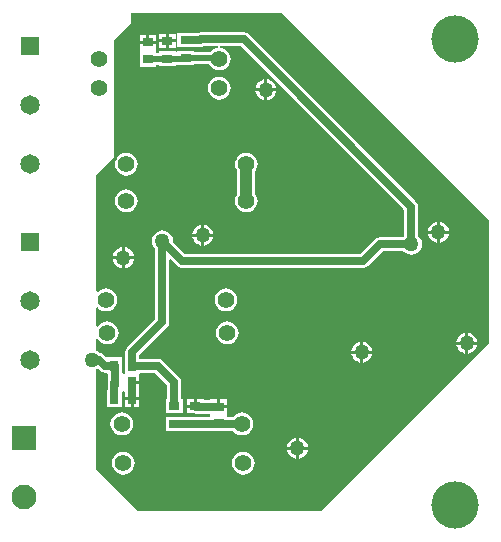
<source format=gbl>
G04*
G04 #@! TF.GenerationSoftware,Altium Limited,Altium Designer,18.1.7 (191)*
G04*
G04 Layer_Physical_Order=2*
G04 Layer_Color=16711680*
%FSLAX25Y25*%
%MOIN*%
G70*
G01*
G75*
%ADD12C,0.01000*%
%ADD28R,0.02756X0.03543*%
%ADD31R,0.03543X0.02756*%
%ADD32R,0.03543X0.03150*%
%ADD35C,0.04000*%
%ADD36C,0.02500*%
%ADD37C,0.02000*%
%ADD38C,0.15748*%
%ADD39C,0.05512*%
%ADD40C,0.08268*%
%ADD41R,0.08268X0.08268*%
%ADD42C,0.06496*%
%ADD43R,0.06496X0.06496*%
%ADD44C,0.05000*%
%ADD45R,0.03150X0.03543*%
G36*
X278000Y423500D02*
Y382500D01*
X222000Y326500D01*
X161000D01*
X147000Y340500D01*
Y373833D01*
X147265Y373943D01*
X147575Y374181D01*
X148378Y373378D01*
X149122Y372881D01*
X150000Y372706D01*
X150669D01*
Y372228D01*
X150720D01*
Y366772D01*
X150669D01*
Y361228D01*
X155425D01*
Y366375D01*
X155755Y366705D01*
X156263Y366690D01*
X156575Y366314D01*
Y364500D01*
X158953D01*
X161331D01*
Y366728D01*
X161381D01*
Y369000D01*
X158806D01*
Y370000D01*
X161381D01*
Y372272D01*
X161381Y372272D01*
X161381D01*
X161381Y372272D01*
X161540Y372706D01*
X166550D01*
X170706Y368550D01*
Y363831D01*
X170228D01*
Y359075D01*
X175772D01*
Y363831D01*
X175294D01*
Y369500D01*
X175119Y370378D01*
X174622Y371122D01*
X169122Y376622D01*
X168378Y377119D01*
X167500Y377294D01*
X161331D01*
Y377772D01*
X161247D01*
Y378453D01*
X170622Y387828D01*
X171119Y388572D01*
X171294Y389450D01*
Y410356D01*
X171756Y410547D01*
X173925Y408378D01*
X174669Y407880D01*
X175547Y407706D01*
X236000D01*
X236878Y407880D01*
X237622Y408378D01*
X242450Y413206D01*
X249349D01*
X249504Y413004D01*
X250235Y412443D01*
X251086Y412090D01*
X252000Y411970D01*
X252914Y412090D01*
X253765Y412443D01*
X254496Y413004D01*
X255057Y413735D01*
X255410Y414586D01*
X255530Y415500D01*
X255410Y416414D01*
X255057Y417265D01*
X254496Y417996D01*
X254294Y418151D01*
Y428000D01*
X254119Y428878D01*
X253622Y429622D01*
X197827Y485418D01*
X197083Y485915D01*
X196205Y486089D01*
X181843D01*
X180965Y485915D01*
X180713Y485747D01*
X179591D01*
Y485831D01*
X174047D01*
Y481075D01*
X179591D01*
Y481159D01*
X181500D01*
X182378Y481333D01*
X182629Y481501D01*
X187641D01*
X187673Y481001D01*
X187020Y480915D01*
X186106Y480537D01*
X185321Y479935D01*
X185027Y479551D01*
X179591D01*
Y479925D01*
X174047D01*
Y479429D01*
X173453D01*
Y479768D01*
X167909D01*
Y479283D01*
X167306D01*
X166953Y479637D01*
Y480181D01*
X166953Y480319D01*
Y482256D01*
X164181D01*
X161409D01*
Y480319D01*
X161409Y480181D01*
Y479819D01*
X161409Y479681D01*
Y474669D01*
X166953D01*
Y475205D01*
X167909D01*
Y475012D01*
X173453D01*
Y475351D01*
X174047D01*
Y475169D01*
X179591D01*
Y475473D01*
X184673D01*
X184719Y475362D01*
X185321Y474577D01*
X186106Y473975D01*
X187020Y473597D01*
X188000Y473468D01*
X188980Y473597D01*
X189894Y473975D01*
X190679Y474577D01*
X191281Y475362D01*
X191659Y476275D01*
X191788Y477256D01*
X191659Y478236D01*
X191281Y479150D01*
X190679Y479935D01*
X189894Y480537D01*
X188980Y480915D01*
X188327Y481001D01*
X188359Y481501D01*
X195255D01*
X249706Y427050D01*
Y418151D01*
X249504Y417996D01*
X249349Y417794D01*
X241500D01*
X240622Y417619D01*
X239878Y417122D01*
X235050Y412294D01*
X176497D01*
X172497Y416295D01*
X172530Y416547D01*
X172410Y417461D01*
X172057Y418312D01*
X171496Y419043D01*
X170765Y419604D01*
X169914Y419957D01*
X169000Y420078D01*
X168086Y419957D01*
X167235Y419604D01*
X166504Y419043D01*
X165943Y418312D01*
X165590Y417461D01*
X165470Y416547D01*
X165590Y415634D01*
X165943Y414782D01*
X166504Y414051D01*
X166706Y413896D01*
Y390401D01*
X157331Y381025D01*
X156833Y380281D01*
X156659Y379403D01*
Y377772D01*
X156575D01*
Y372615D01*
X156322Y372362D01*
X155786Y372403D01*
X155588Y372712D01*
Y374753D01*
X155425Y375573D01*
Y377772D01*
X150669D01*
X150669Y377772D01*
Y377772D01*
X150259Y377986D01*
X149622Y378622D01*
X148878Y379119D01*
X148179Y379259D01*
X147996Y379496D01*
X147265Y380057D01*
X147000Y380167D01*
Y383815D01*
X147500Y383976D01*
X148002Y383321D01*
X148787Y382719D01*
X149701Y382341D01*
X150681Y382212D01*
X151662Y382341D01*
X152575Y382719D01*
X153360Y383321D01*
X153962Y384106D01*
X154340Y385019D01*
X154469Y386000D01*
X154340Y386981D01*
X153962Y387894D01*
X153360Y388679D01*
X152575Y389281D01*
X151662Y389659D01*
X150681Y389788D01*
X149701Y389659D01*
X148787Y389281D01*
X148002Y388679D01*
X147500Y388024D01*
X147000Y388185D01*
Y394244D01*
X147474Y394405D01*
X147538Y394321D01*
X148322Y393719D01*
X149236Y393341D01*
X150216Y393212D01*
X151197Y393341D01*
X152111Y393719D01*
X152895Y394321D01*
X153497Y395106D01*
X153876Y396020D01*
X154005Y397000D01*
X153876Y397980D01*
X153497Y398894D01*
X152895Y399679D01*
X152111Y400281D01*
X151197Y400659D01*
X150216Y400788D01*
X149236Y400659D01*
X148322Y400281D01*
X147538Y399679D01*
X147474Y399595D01*
X147000Y399756D01*
Y438500D01*
X153000Y444500D01*
Y483706D01*
X158500Y489206D01*
Y492500D01*
X209000D01*
X278000Y423500D01*
D02*
G37*
%LPC*%
G36*
X173453Y485673D02*
X171181D01*
Y483795D01*
X173453D01*
Y485673D01*
D02*
G37*
G36*
X170181D02*
X167909D01*
Y483795D01*
X170181D01*
Y485673D01*
D02*
G37*
G36*
X166953Y485331D02*
X164681D01*
Y483256D01*
X166953D01*
Y485331D01*
D02*
G37*
G36*
X163681D02*
X161409D01*
Y483256D01*
X163681D01*
Y485331D01*
D02*
G37*
G36*
X173453Y482795D02*
X171181D01*
Y480917D01*
X173453D01*
Y482795D01*
D02*
G37*
G36*
X170181D02*
X167909D01*
Y480917D01*
X170181D01*
Y482795D01*
D02*
G37*
G36*
X204000Y470464D02*
Y467500D01*
X206964D01*
X206910Y467914D01*
X206557Y468765D01*
X205996Y469496D01*
X205265Y470057D01*
X204414Y470410D01*
X204000Y470464D01*
D02*
G37*
G36*
X203000D02*
X202586Y470410D01*
X201735Y470057D01*
X201004Y469496D01*
X200443Y468765D01*
X200090Y467914D01*
X200036Y467500D01*
X203000D01*
Y470464D01*
D02*
G37*
G36*
X188000Y471288D02*
X187020Y471159D01*
X186106Y470781D01*
X185321Y470179D01*
X184719Y469394D01*
X184341Y468480D01*
X184212Y467500D01*
X184341Y466519D01*
X184719Y465606D01*
X185321Y464821D01*
X186106Y464219D01*
X187020Y463841D01*
X188000Y463712D01*
X188980Y463841D01*
X189894Y464219D01*
X190679Y464821D01*
X191281Y465606D01*
X191659Y466519D01*
X191788Y467500D01*
X191659Y468480D01*
X191281Y469394D01*
X190679Y470179D01*
X189894Y470781D01*
X188980Y471159D01*
X188000Y471288D01*
D02*
G37*
G36*
X206964Y466500D02*
X204000D01*
Y463536D01*
X204414Y463590D01*
X205265Y463943D01*
X205996Y464504D01*
X206557Y465235D01*
X206910Y466086D01*
X206964Y466500D01*
D02*
G37*
G36*
X203000D02*
X200036D01*
X200090Y466086D01*
X200443Y465235D01*
X201004Y464504D01*
X201735Y463943D01*
X202586Y463590D01*
X203000Y463536D01*
Y466500D01*
D02*
G37*
G36*
X157000Y445918D02*
X156019Y445789D01*
X155106Y445411D01*
X154321Y444809D01*
X153719Y444024D01*
X153341Y443110D01*
X153212Y442130D01*
X153341Y441149D01*
X153719Y440236D01*
X154321Y439451D01*
X155106Y438849D01*
X156019Y438471D01*
X157000Y438342D01*
X157981Y438471D01*
X158894Y438849D01*
X159679Y439451D01*
X160281Y440236D01*
X160659Y441149D01*
X160788Y442130D01*
X160659Y443110D01*
X160281Y444024D01*
X159679Y444809D01*
X158894Y445411D01*
X157981Y445789D01*
X157000Y445918D01*
D02*
G37*
G36*
X197000D02*
X196019Y445789D01*
X195106Y445411D01*
X194321Y444809D01*
X193719Y444024D01*
X193341Y443110D01*
X193212Y442130D01*
X193341Y441149D01*
X193719Y440236D01*
X193974Y439904D01*
Y432226D01*
X193719Y431894D01*
X193341Y430980D01*
X193212Y430000D01*
X193341Y429019D01*
X193719Y428106D01*
X194321Y427321D01*
X195106Y426719D01*
X196019Y426341D01*
X197000Y426212D01*
X197980Y426341D01*
X198894Y426719D01*
X199679Y427321D01*
X200281Y428106D01*
X200659Y429019D01*
X200788Y430000D01*
X200659Y430980D01*
X200281Y431894D01*
X200026Y432226D01*
Y439904D01*
X200281Y440236D01*
X200659Y441149D01*
X200788Y442130D01*
X200659Y443110D01*
X200281Y444024D01*
X199679Y444809D01*
X198894Y445411D01*
X197980Y445789D01*
X197000Y445918D01*
D02*
G37*
G36*
X157000Y433788D02*
X156019Y433659D01*
X155106Y433281D01*
X154321Y432679D01*
X153719Y431894D01*
X153341Y430980D01*
X153212Y430000D01*
X153341Y429019D01*
X153719Y428106D01*
X154321Y427321D01*
X155106Y426719D01*
X156019Y426341D01*
X157000Y426212D01*
X157981Y426341D01*
X158894Y426719D01*
X159679Y427321D01*
X160281Y428106D01*
X160659Y429019D01*
X160788Y430000D01*
X160659Y430980D01*
X160281Y431894D01*
X159679Y432679D01*
X158894Y433281D01*
X157981Y433659D01*
X157000Y433788D01*
D02*
G37*
G36*
X261500Y422964D02*
Y420000D01*
X264464D01*
X264410Y420414D01*
X264057Y421265D01*
X263496Y421996D01*
X262765Y422557D01*
X261914Y422910D01*
X261500Y422964D01*
D02*
G37*
G36*
X260500D02*
X260086Y422910D01*
X259235Y422557D01*
X258504Y421996D01*
X257943Y421265D01*
X257590Y420414D01*
X257536Y420000D01*
X260500D01*
Y422964D01*
D02*
G37*
G36*
X183000Y421964D02*
Y419000D01*
X185964D01*
X185910Y419414D01*
X185557Y420265D01*
X184996Y420996D01*
X184265Y421557D01*
X183414Y421910D01*
X183000Y421964D01*
D02*
G37*
G36*
X182000D02*
X181586Y421910D01*
X180735Y421557D01*
X180004Y420996D01*
X179443Y420265D01*
X179090Y419414D01*
X179036Y419000D01*
X182000D01*
Y421964D01*
D02*
G37*
G36*
X264464Y419000D02*
X261500D01*
Y416036D01*
X261914Y416090D01*
X262765Y416443D01*
X263496Y417004D01*
X264057Y417735D01*
X264410Y418586D01*
X264464Y419000D01*
D02*
G37*
G36*
X260500D02*
X257536D01*
X257590Y418586D01*
X257943Y417735D01*
X258504Y417004D01*
X259235Y416443D01*
X260086Y416090D01*
X260500Y416036D01*
Y419000D01*
D02*
G37*
G36*
X185964Y418000D02*
X183000D01*
Y415036D01*
X183414Y415090D01*
X184265Y415443D01*
X184996Y416004D01*
X185557Y416735D01*
X185910Y417586D01*
X185964Y418000D01*
D02*
G37*
G36*
X182000D02*
X179036D01*
X179090Y417586D01*
X179443Y416735D01*
X180004Y416004D01*
X180735Y415443D01*
X181586Y415090D01*
X182000Y415036D01*
Y418000D01*
D02*
G37*
G36*
X156500Y414464D02*
Y411500D01*
X159464D01*
X159410Y411914D01*
X159057Y412765D01*
X158496Y413496D01*
X157765Y414057D01*
X156914Y414410D01*
X156500Y414464D01*
D02*
G37*
G36*
X155500D02*
X155086Y414410D01*
X154235Y414057D01*
X153504Y413496D01*
X152943Y412765D01*
X152590Y411914D01*
X152536Y411500D01*
X155500D01*
Y414464D01*
D02*
G37*
G36*
X159464Y410500D02*
X156500D01*
Y407536D01*
X156914Y407590D01*
X157765Y407943D01*
X158496Y408504D01*
X159057Y409235D01*
X159410Y410086D01*
X159464Y410500D01*
D02*
G37*
G36*
X155500D02*
X152536D01*
X152590Y410086D01*
X152943Y409235D01*
X153504Y408504D01*
X154235Y407943D01*
X155086Y407590D01*
X155500Y407536D01*
Y410500D01*
D02*
G37*
G36*
X190217Y400788D02*
X189236Y400659D01*
X188322Y400281D01*
X187538Y399679D01*
X186936Y398894D01*
X186557Y397980D01*
X186428Y397000D01*
X186557Y396020D01*
X186936Y395106D01*
X187538Y394321D01*
X188322Y393719D01*
X189236Y393341D01*
X190217Y393212D01*
X191197Y393341D01*
X192111Y393719D01*
X192895Y394321D01*
X193497Y395106D01*
X193876Y396020D01*
X194005Y397000D01*
X193876Y397980D01*
X193497Y398894D01*
X192895Y399679D01*
X192111Y400281D01*
X191197Y400659D01*
X190217Y400788D01*
D02*
G37*
G36*
X271000Y385964D02*
Y383000D01*
X273964D01*
X273910Y383414D01*
X273557Y384265D01*
X272996Y384996D01*
X272265Y385557D01*
X271414Y385910D01*
X271000Y385964D01*
D02*
G37*
G36*
X270000D02*
X269586Y385910D01*
X268735Y385557D01*
X268004Y384996D01*
X267443Y384265D01*
X267090Y383414D01*
X267036Y383000D01*
X270000D01*
Y385964D01*
D02*
G37*
G36*
X190681Y389788D02*
X189701Y389659D01*
X188787Y389281D01*
X188002Y388679D01*
X187400Y387894D01*
X187022Y386981D01*
X186893Y386000D01*
X187022Y385019D01*
X187400Y384106D01*
X188002Y383321D01*
X188787Y382719D01*
X189701Y382341D01*
X190681Y382212D01*
X191662Y382341D01*
X192575Y382719D01*
X193360Y383321D01*
X193962Y384106D01*
X194340Y385019D01*
X194469Y386000D01*
X194340Y386981D01*
X193962Y387894D01*
X193360Y388679D01*
X192575Y389281D01*
X191662Y389659D01*
X190681Y389788D01*
D02*
G37*
G36*
X236000Y382964D02*
Y380000D01*
X238964D01*
X238910Y380414D01*
X238557Y381265D01*
X237996Y381996D01*
X237265Y382557D01*
X236414Y382910D01*
X236000Y382964D01*
D02*
G37*
G36*
X235000D02*
X234586Y382910D01*
X233735Y382557D01*
X233004Y381996D01*
X232443Y381265D01*
X232090Y380414D01*
X232036Y380000D01*
X235000D01*
Y382964D01*
D02*
G37*
G36*
X273964Y382000D02*
X271000D01*
Y379036D01*
X271414Y379090D01*
X272265Y379443D01*
X272996Y380004D01*
X273557Y380735D01*
X273910Y381586D01*
X273964Y382000D01*
D02*
G37*
G36*
X270000D02*
X267036D01*
X267090Y381586D01*
X267443Y380735D01*
X268004Y380004D01*
X268735Y379443D01*
X269586Y379090D01*
X270000Y379036D01*
Y382000D01*
D02*
G37*
G36*
X238964Y379000D02*
X236000D01*
Y376036D01*
X236414Y376090D01*
X237265Y376443D01*
X237996Y377004D01*
X238557Y377735D01*
X238910Y378586D01*
X238964Y379000D01*
D02*
G37*
G36*
X235000D02*
X232036D01*
X232090Y378586D01*
X232443Y377735D01*
X233004Y377004D01*
X233735Y376443D01*
X234586Y376090D01*
X235000Y376036D01*
Y379000D01*
D02*
G37*
G36*
X187303Y363831D02*
X185031D01*
Y363550D01*
X182772D01*
Y363831D01*
X180500D01*
Y361453D01*
X180000D01*
Y360953D01*
X177228D01*
Y359075D01*
X179629D01*
X180197Y358962D01*
X184751D01*
X185031Y358681D01*
Y358319D01*
X184672Y357841D01*
X182772D01*
Y357925D01*
X177228D01*
Y357841D01*
X175772D01*
Y357925D01*
X170228D01*
Y353169D01*
X175772D01*
Y353253D01*
X177228D01*
Y353169D01*
X182772D01*
Y353253D01*
X185031D01*
Y353169D01*
X190575D01*
Y353363D01*
X192526D01*
X192821Y352979D01*
X193606Y352377D01*
X194519Y351998D01*
X195500Y351869D01*
X196481Y351998D01*
X197394Y352377D01*
X198179Y352979D01*
X198781Y353763D01*
X199159Y354677D01*
X199288Y355658D01*
X199159Y356638D01*
X198781Y357552D01*
X198179Y358336D01*
X197394Y358938D01*
X196481Y359317D01*
X195500Y359446D01*
X194519Y359317D01*
X193606Y358938D01*
X192821Y358336D01*
X192526Y357952D01*
X190928D01*
X190575Y358305D01*
Y358681D01*
X190575Y358819D01*
Y360756D01*
X187803D01*
Y361256D01*
X187303D01*
Y363831D01*
D02*
G37*
G36*
X179500D02*
X177228D01*
Y361953D01*
X179500D01*
Y363831D01*
D02*
G37*
G36*
X190575D02*
X188303D01*
Y361756D01*
X190575D01*
Y363831D01*
D02*
G37*
G36*
X161331Y363500D02*
X159453D01*
Y361228D01*
X161331D01*
Y363500D01*
D02*
G37*
G36*
X158453D02*
X156575D01*
Y361228D01*
X158453D01*
Y363500D01*
D02*
G37*
G36*
X155500Y359446D02*
X154519Y359317D01*
X153606Y358938D01*
X152821Y358336D01*
X152219Y357552D01*
X151841Y356638D01*
X151712Y355658D01*
X151841Y354677D01*
X152219Y353763D01*
X152821Y352979D01*
X153606Y352377D01*
X154519Y351998D01*
X155500Y351869D01*
X156481Y351998D01*
X157394Y352377D01*
X158179Y352979D01*
X158781Y353763D01*
X159159Y354677D01*
X159288Y355658D01*
X159159Y356638D01*
X158781Y357552D01*
X158179Y358336D01*
X157394Y358938D01*
X156481Y359317D01*
X155500Y359446D01*
D02*
G37*
G36*
X214500Y350964D02*
Y348000D01*
X217464D01*
X217410Y348414D01*
X217057Y349265D01*
X216496Y349996D01*
X215765Y350557D01*
X214914Y350910D01*
X214500Y350964D01*
D02*
G37*
G36*
X213500D02*
X213086Y350910D01*
X212235Y350557D01*
X211504Y349996D01*
X210943Y349265D01*
X210590Y348414D01*
X210536Y348000D01*
X213500D01*
Y350964D01*
D02*
G37*
G36*
X217464Y347000D02*
X214500D01*
Y344036D01*
X214914Y344090D01*
X215765Y344443D01*
X216496Y345004D01*
X217057Y345735D01*
X217410Y346586D01*
X217464Y347000D01*
D02*
G37*
G36*
X213500D02*
X210536D01*
X210590Y346586D01*
X210943Y345735D01*
X211504Y345004D01*
X212235Y344443D01*
X213086Y344090D01*
X213500Y344036D01*
Y347000D01*
D02*
G37*
G36*
X196000Y346288D02*
X195019Y346159D01*
X194106Y345781D01*
X193321Y345179D01*
X192719Y344394D01*
X192341Y343480D01*
X192212Y342500D01*
X192341Y341519D01*
X192719Y340606D01*
X193321Y339821D01*
X194106Y339219D01*
X195019Y338841D01*
X196000Y338712D01*
X196981Y338841D01*
X197894Y339219D01*
X198679Y339821D01*
X199281Y340606D01*
X199659Y341519D01*
X199788Y342500D01*
X199659Y343480D01*
X199281Y344394D01*
X198679Y345179D01*
X197894Y345781D01*
X196981Y346159D01*
X196000Y346288D01*
D02*
G37*
G36*
X156000D02*
X155019Y346159D01*
X154106Y345781D01*
X153321Y345179D01*
X152719Y344394D01*
X152341Y343480D01*
X152212Y342500D01*
X152341Y341519D01*
X152719Y340606D01*
X153321Y339821D01*
X154106Y339219D01*
X155019Y338841D01*
X156000Y338712D01*
X156981Y338841D01*
X157894Y339219D01*
X158679Y339821D01*
X159281Y340606D01*
X159659Y341519D01*
X159788Y342500D01*
X159659Y343480D01*
X159281Y344394D01*
X158679Y345179D01*
X157894Y345781D01*
X156981Y346159D01*
X156000Y346288D01*
D02*
G37*
%LPD*%
D12*
X187803Y355547D02*
X188000Y355744D01*
X180000Y361453D02*
X180197Y361256D01*
X153047Y375000D02*
X153294Y374753D01*
X153047Y369253D02*
X153294Y369500D01*
X158806D02*
X158953Y369353D01*
X170535Y477244D02*
X170681Y477390D01*
X188000Y355744D02*
X188087Y355658D01*
D28*
X153047Y364000D02*
D03*
X158953D02*
D03*
X158953Y375000D02*
D03*
X153047D02*
D03*
D31*
X170681Y483295D02*
D03*
Y477390D02*
D03*
X176819Y477547D02*
D03*
Y483453D02*
D03*
X180000Y355547D02*
D03*
Y361453D02*
D03*
X173000Y361453D02*
D03*
Y355547D02*
D03*
D32*
X164181Y482756D02*
D03*
Y477244D02*
D03*
X187803Y355744D02*
D03*
Y361256D02*
D03*
D35*
X197000Y430000D02*
Y442130D01*
D36*
X180000Y355547D02*
X187803D01*
X169000Y389450D02*
Y416547D01*
X158953Y379403D02*
X169000Y389450D01*
X158953Y375000D02*
Y379403D01*
Y375000D02*
X167500D01*
X173000Y361453D02*
Y369500D01*
X167500Y375000D02*
X173000Y369500D01*
X196205Y483795D02*
X252000Y428000D01*
Y415500D02*
Y428000D01*
X241500Y415500D02*
X252000D01*
X236000Y410000D02*
X241500Y415500D01*
X175547Y410000D02*
X236000D01*
X181843Y483795D02*
X196205D01*
X176819Y483453D02*
X181500D01*
X181843Y483795D01*
X169000Y416547D02*
X175547Y410000D01*
X145500Y377000D02*
X148000D01*
X150000Y375000D01*
X153047D01*
X180197Y361256D02*
X187803D01*
X153294Y369500D02*
Y374753D01*
X153047Y364000D02*
Y369253D01*
X158953Y364000D02*
Y369353D01*
X173000Y355547D02*
X180000D01*
X188087Y355658D02*
X195500D01*
D37*
X176571Y477512D02*
X188000D01*
X170681Y477390D02*
X176661D01*
X164181Y477244D02*
X170535D01*
D38*
X266500Y328400D02*
D03*
Y484000D02*
D03*
D39*
X156000Y342500D02*
D03*
X196000D02*
D03*
X155500Y355658D02*
D03*
X195500D02*
D03*
X150681Y386000D02*
D03*
X190681D02*
D03*
X157000Y430000D02*
D03*
X197000D02*
D03*
X148000Y477256D02*
D03*
X188000D02*
D03*
X150216Y397000D02*
D03*
X190217D02*
D03*
X157000Y442130D02*
D03*
X197000D02*
D03*
X148000Y467500D02*
D03*
X188000D02*
D03*
D40*
X123000Y331157D02*
D03*
D41*
Y350842D02*
D03*
D42*
X125000Y442315D02*
D03*
Y462000D02*
D03*
Y396500D02*
D03*
Y376815D02*
D03*
D43*
Y481685D02*
D03*
Y416185D02*
D03*
D44*
X252000Y415500D02*
D03*
X169000Y416547D02*
D03*
X156000Y411000D02*
D03*
X145500Y377000D02*
D03*
X203500Y467000D02*
D03*
X261000Y419500D02*
D03*
X182500Y418500D02*
D03*
X270500Y382500D02*
D03*
X235500Y379500D02*
D03*
X214000Y347500D02*
D03*
D45*
X153294Y369500D02*
D03*
X158806D02*
D03*
M02*

</source>
